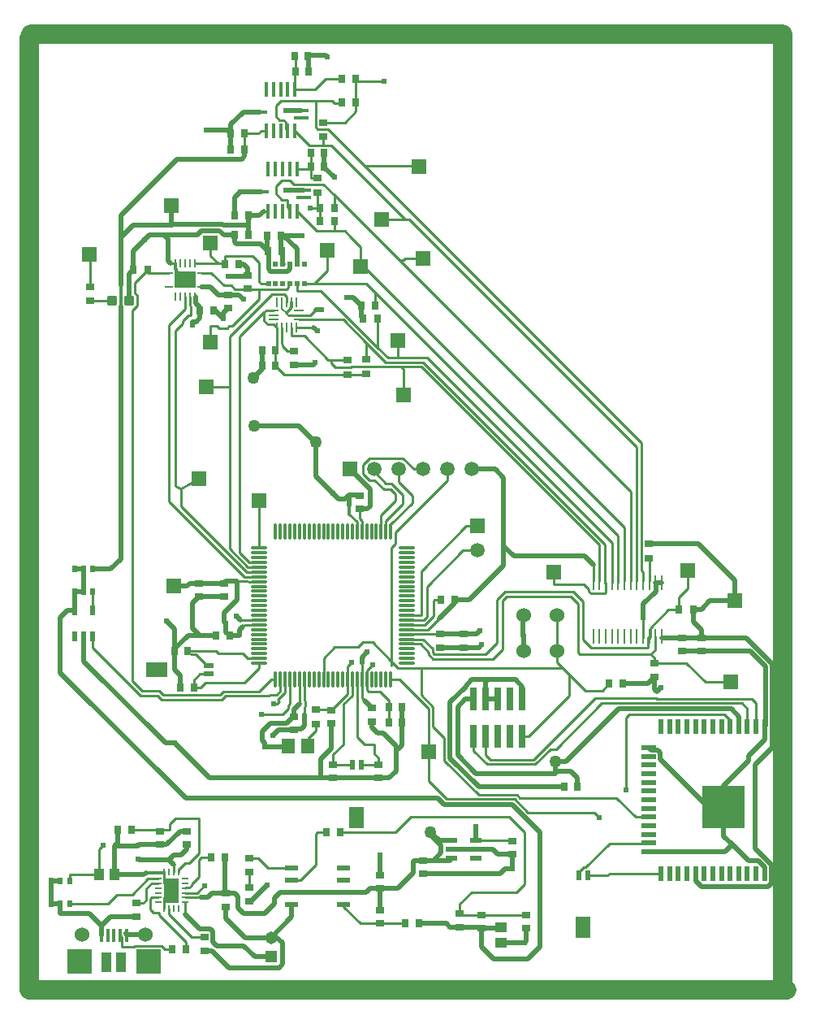
<source format=gtl>
G04 Layer_Physical_Order=1*
G04 Layer_Color=255*
%FSLAX25Y25*%
%MOIN*%
G70*
G01*
G75*
%ADD10R,0.03543X0.03150*%
%ADD11R,0.03150X0.03543*%
%ADD12R,0.03543X0.02756*%
%ADD13R,0.02000X0.02752*%
%ADD14R,0.06496X0.10433*%
%ADD15R,0.00984X0.02756*%
%ADD16R,0.02756X0.00984*%
%ADD17R,0.01575X0.05315*%
%ADD18R,0.03937X0.07874*%
%ADD19R,0.05709X0.02362*%
%ADD20R,0.02000X0.04000*%
%ADD21R,0.06000X0.09000*%
%ADD22R,0.05118X0.03937*%
%ADD23R,0.04724X0.02165*%
%ADD24R,0.01968X0.05905*%
%ADD25R,0.05905X0.01968*%
%ADD26R,0.17323X0.17323*%
%ADD27R,0.02756X0.03543*%
G04:AMPARAMS|DCode=28|XSize=39.37mil|YSize=39.37mil|CornerRadius=5.91mil|HoleSize=0mil|Usage=FLASHONLY|Rotation=90.000|XOffset=0mil|YOffset=0mil|HoleType=Round|Shape=RoundedRectangle|*
%AMROUNDEDRECTD28*
21,1,0.03937,0.02756,0,0,90.0*
21,1,0.02756,0.03937,0,0,90.0*
1,1,0.01181,0.01378,0.01378*
1,1,0.01181,0.01378,-0.01378*
1,1,0.01181,-0.01378,-0.01378*
1,1,0.01181,-0.01378,0.01378*
%
%ADD28ROUNDEDRECTD28*%
%ADD29R,0.04134X0.00984*%
%ADD30R,0.00984X0.04134*%
%ADD31R,0.02362X0.03937*%
%ADD32O,0.01181X0.07283*%
%ADD33O,0.07283X0.01181*%
%ADD34R,0.01378X0.06319*%
%ADD35R,0.06319X0.01575*%
%ADD36R,0.03937X0.05118*%
%ADD37R,0.04000X0.02000*%
%ADD38R,0.09000X0.06000*%
%ADD39R,0.02913X0.09449*%
%ADD40R,0.03347X0.01102*%
%ADD41R,0.01102X0.03347*%
%ADD42R,0.08976X0.07008*%
%ADD43R,0.02165X0.02362*%
%ADD44C,0.06000*%
%ADD45R,0.05512X0.05905*%
%ADD46R,0.00984X0.06102*%
%ADD47C,0.02000*%
%ADD48C,0.01000*%
%ADD49C,0.01200*%
%ADD50C,0.00800*%
%ADD51C,0.08000*%
%ADD52R,0.05905X0.05905*%
%ADD53R,0.09843X0.09843*%
%ADD54C,0.05905*%
%ADD55R,0.05905X0.05905*%
%ADD56C,0.05150*%
%ADD57R,0.05150X0.05150*%
%ADD58C,0.01968*%
%ADD59C,0.02400*%
%ADD60C,0.05000*%
D10*
X143200Y92356D02*
D03*
Y86844D02*
D03*
X124800Y92356D02*
D03*
Y86844D02*
D03*
X124000Y114756D02*
D03*
Y109244D02*
D03*
X140800Y115556D02*
D03*
Y110044D02*
D03*
X178400Y145956D02*
D03*
Y140444D02*
D03*
X168800Y145956D02*
D03*
Y140444D02*
D03*
X64800Y65156D02*
D03*
Y59644D02*
D03*
X44000Y35556D02*
D03*
Y30044D02*
D03*
X72000Y21600D02*
D03*
Y16088D02*
D03*
X90400Y41956D02*
D03*
Y36444D02*
D03*
Y53956D02*
D03*
Y48444D02*
D03*
X204000Y30756D02*
D03*
Y25244D02*
D03*
X185600Y25244D02*
D03*
Y30756D02*
D03*
X176800Y25688D02*
D03*
Y31200D02*
D03*
X144000Y41600D02*
D03*
Y47112D02*
D03*
X161600Y53156D02*
D03*
Y47644D02*
D03*
X198400Y61156D02*
D03*
Y55644D02*
D03*
X276000Y144356D02*
D03*
Y138844D02*
D03*
X268000Y144356D02*
D03*
Y138844D02*
D03*
X25100Y282744D02*
D03*
Y288256D02*
D03*
X135800Y197244D02*
D03*
Y202756D02*
D03*
X89600Y293156D02*
D03*
Y287644D02*
D03*
X144000Y27288D02*
D03*
Y32800D02*
D03*
X80800Y34044D02*
D03*
Y39556D02*
D03*
X53600Y59644D02*
D03*
Y65156D02*
D03*
X81600Y279644D02*
D03*
Y285156D02*
D03*
X108800Y261956D02*
D03*
Y256444D02*
D03*
X69600Y166756D02*
D03*
Y161244D02*
D03*
X80000Y166756D02*
D03*
Y161244D02*
D03*
X108700Y112156D02*
D03*
Y106644D02*
D03*
D11*
X147644Y109600D02*
D03*
X153156D02*
D03*
X36444Y65600D02*
D03*
X41956D02*
D03*
X80356Y54400D02*
D03*
X74844D02*
D03*
X64356Y16800D02*
D03*
X58844D02*
D03*
X122044Y64800D02*
D03*
X127556D02*
D03*
X159912Y27200D02*
D03*
X154400D02*
D03*
X225156Y83200D02*
D03*
X219644D02*
D03*
X238044Y125600D02*
D03*
X243556D02*
D03*
X101156Y262400D02*
D03*
X95644D02*
D03*
X101156Y256000D02*
D03*
X95644D02*
D03*
X70144Y278500D02*
D03*
X75656D02*
D03*
X85956Y297600D02*
D03*
X80444D02*
D03*
X89956Y309600D02*
D03*
X84444D02*
D03*
X103556Y303000D02*
D03*
X98044D02*
D03*
X103356Y309400D02*
D03*
X97844D02*
D03*
X147644Y116000D02*
D03*
X153156D02*
D03*
X88356Y344800D02*
D03*
X82844D02*
D03*
X82256Y145300D02*
D03*
X76744D02*
D03*
X65156Y138900D02*
D03*
X59644D02*
D03*
X67556Y124000D02*
D03*
X62044D02*
D03*
X169044Y159900D02*
D03*
X174556D02*
D03*
X108944Y382900D02*
D03*
X114456D02*
D03*
X109244Y376800D02*
D03*
X114756D02*
D03*
X115644Y337600D02*
D03*
X121156D02*
D03*
X88356Y351200D02*
D03*
X82844D02*
D03*
X115644Y343200D02*
D03*
X121156D02*
D03*
X89956Y317600D02*
D03*
X84444D02*
D03*
D12*
X117600Y114953D02*
D03*
Y109047D02*
D03*
X256800Y134153D02*
D03*
Y128247D02*
D03*
X254400Y177047D02*
D03*
Y182953D02*
D03*
X130700Y252447D02*
D03*
Y258353D02*
D03*
X138400Y252647D02*
D03*
Y258553D02*
D03*
X120800Y355753D02*
D03*
Y349847D02*
D03*
X118400Y327135D02*
D03*
Y333040D02*
D03*
D13*
X9060Y35423D02*
D03*
X12800D02*
D03*
X16540D02*
D03*
X9060Y44577D02*
D03*
X12800D02*
D03*
X16540D02*
D03*
X18660Y163423D02*
D03*
X22400D02*
D03*
X26140D02*
D03*
X18660Y172577D02*
D03*
X22400D02*
D03*
X26140D02*
D03*
D14*
X58400Y40800D02*
D03*
D15*
X55447Y48280D02*
D03*
X57416D02*
D03*
X59384D02*
D03*
X61353D02*
D03*
Y33320D02*
D03*
X59384D02*
D03*
X57416D02*
D03*
X55447D02*
D03*
D16*
X63912Y45721D02*
D03*
Y43753D02*
D03*
Y41784D02*
D03*
Y39816D02*
D03*
Y37847D02*
D03*
Y35879D02*
D03*
X52888D02*
D03*
Y37847D02*
D03*
Y39816D02*
D03*
Y41784D02*
D03*
Y43753D02*
D03*
Y45721D02*
D03*
D17*
X29629Y22225D02*
D03*
X32188D02*
D03*
X34747D02*
D03*
X37306D02*
D03*
X39865D02*
D03*
D18*
X31794Y11300D02*
D03*
X37700D02*
D03*
D19*
X107672Y49900D02*
D03*
Y44900D02*
D03*
Y39900D02*
D03*
Y34900D02*
D03*
X129128Y49900D02*
D03*
Y44900D02*
D03*
Y39900D02*
D03*
Y34900D02*
D03*
D20*
X136200Y92200D02*
D03*
X132800D02*
D03*
X229200Y47000D02*
D03*
X225800D02*
D03*
D21*
X134500Y70700D02*
D03*
X227500Y25500D02*
D03*
D22*
X193600Y19250D02*
D03*
Y25550D02*
D03*
D23*
X173281Y61340D02*
D03*
Y57600D02*
D03*
Y53860D02*
D03*
X183519D02*
D03*
Y61340D02*
D03*
D24*
X301930Y108000D02*
D03*
X298387D02*
D03*
X294843D02*
D03*
X291300D02*
D03*
X287757D02*
D03*
X284213D02*
D03*
X280670D02*
D03*
X277127D02*
D03*
X273584D02*
D03*
X270040D02*
D03*
X266497D02*
D03*
X262953D02*
D03*
X259410D02*
D03*
Y47500D02*
D03*
X262953D02*
D03*
X266497D02*
D03*
X270040D02*
D03*
X273584D02*
D03*
X277127D02*
D03*
X280670D02*
D03*
X284213D02*
D03*
X287757D02*
D03*
X291300D02*
D03*
X294843D02*
D03*
X298387D02*
D03*
X301930D02*
D03*
D25*
X254426Y99252D02*
D03*
Y95709D02*
D03*
Y92165D02*
D03*
Y88622D02*
D03*
Y85079D02*
D03*
Y81535D02*
D03*
Y77992D02*
D03*
Y74449D02*
D03*
Y70906D02*
D03*
Y67362D02*
D03*
Y63819D02*
D03*
Y60276D02*
D03*
Y56732D02*
D03*
D26*
X285158Y74835D02*
D03*
D27*
X266647Y156000D02*
D03*
X272553D02*
D03*
X48553Y295200D02*
D03*
X42647D02*
D03*
X137047Y275200D02*
D03*
X142953D02*
D03*
X136247Y280800D02*
D03*
X142153D02*
D03*
X119447Y315200D02*
D03*
X125353D02*
D03*
X134153Y364000D02*
D03*
X128247D02*
D03*
X134153Y373600D02*
D03*
X128247D02*
D03*
X119447Y320800D02*
D03*
X125353D02*
D03*
D28*
X34147Y282800D02*
D03*
X41053D02*
D03*
D29*
X100482Y274832D02*
D03*
Y276800D02*
D03*
Y278768D02*
D03*
X110718D02*
D03*
Y276800D02*
D03*
Y274832D02*
D03*
D30*
X101663Y281918D02*
D03*
X103631D02*
D03*
X105600D02*
D03*
X107569D02*
D03*
X109537D02*
D03*
Y271682D02*
D03*
X107569D02*
D03*
X105600D02*
D03*
X103631D02*
D03*
X101663D02*
D03*
D31*
X18660Y144987D02*
D03*
X22400D02*
D03*
X26140D02*
D03*
Y155813D02*
D03*
X18660D02*
D03*
D32*
X101178Y187915D02*
D03*
X103147D02*
D03*
X105115D02*
D03*
X107083D02*
D03*
X109052D02*
D03*
X111021D02*
D03*
X112989D02*
D03*
X114957D02*
D03*
X116926D02*
D03*
X118895D02*
D03*
X120863D02*
D03*
X122831D02*
D03*
X124800D02*
D03*
X126769D02*
D03*
X128737D02*
D03*
X130705D02*
D03*
X132674D02*
D03*
X134643D02*
D03*
X136611D02*
D03*
X138579D02*
D03*
X140548D02*
D03*
X142517D02*
D03*
X144485D02*
D03*
X146453D02*
D03*
X148422D02*
D03*
Y127285D02*
D03*
X146453D02*
D03*
X144485D02*
D03*
X142517D02*
D03*
X140548D02*
D03*
X138579D02*
D03*
X136611D02*
D03*
X134643D02*
D03*
X132674D02*
D03*
X130705D02*
D03*
X128737D02*
D03*
X126769D02*
D03*
X124800D02*
D03*
X122831D02*
D03*
X120863D02*
D03*
X118895D02*
D03*
X116926D02*
D03*
X114957D02*
D03*
X112989D02*
D03*
X111021D02*
D03*
X109052D02*
D03*
X107083D02*
D03*
X105115D02*
D03*
X103147D02*
D03*
X101178D02*
D03*
D33*
X155115Y181222D02*
D03*
Y179253D02*
D03*
Y177285D02*
D03*
Y175317D02*
D03*
Y173348D02*
D03*
Y171379D02*
D03*
Y169411D02*
D03*
Y167443D02*
D03*
Y165474D02*
D03*
Y163505D02*
D03*
Y161537D02*
D03*
Y159569D02*
D03*
Y157600D02*
D03*
Y155631D02*
D03*
Y153663D02*
D03*
Y151695D02*
D03*
Y149726D02*
D03*
Y147757D02*
D03*
Y145789D02*
D03*
Y143821D02*
D03*
Y141852D02*
D03*
Y139883D02*
D03*
Y137915D02*
D03*
Y135947D02*
D03*
Y133978D02*
D03*
X94485D02*
D03*
Y135947D02*
D03*
Y137915D02*
D03*
Y139883D02*
D03*
Y141852D02*
D03*
Y143821D02*
D03*
Y145789D02*
D03*
Y147757D02*
D03*
Y149726D02*
D03*
Y151695D02*
D03*
Y153663D02*
D03*
Y155631D02*
D03*
Y157600D02*
D03*
Y159569D02*
D03*
Y161537D02*
D03*
Y163505D02*
D03*
Y165474D02*
D03*
Y167443D02*
D03*
Y169411D02*
D03*
Y171379D02*
D03*
Y173348D02*
D03*
Y175317D02*
D03*
Y177285D02*
D03*
Y179253D02*
D03*
Y181222D02*
D03*
D34*
X109106Y369353D02*
D03*
X106153D02*
D03*
X103200D02*
D03*
X100247D02*
D03*
X97294D02*
D03*
X109106Y352247D02*
D03*
X106153D02*
D03*
X103200D02*
D03*
X100247D02*
D03*
X97294D02*
D03*
X109906Y336553D02*
D03*
X106953D02*
D03*
X104000D02*
D03*
X101047D02*
D03*
X98094D02*
D03*
X109906Y319447D02*
D03*
X106953D02*
D03*
X104000D02*
D03*
X101047D02*
D03*
X98094D02*
D03*
D35*
X111753Y360800D02*
D03*
Y357650D02*
D03*
X94647Y360111D02*
D03*
X112553Y328000D02*
D03*
Y324850D02*
D03*
X95447Y327311D02*
D03*
D36*
X35150Y47200D02*
D03*
X28850D02*
D03*
D37*
X73700Y129700D02*
D03*
Y133100D02*
D03*
D38*
X52200Y131400D02*
D03*
D39*
X182496Y119231D02*
D03*
X187496D02*
D03*
X192496D02*
D03*
X197496D02*
D03*
X202496D02*
D03*
X202500Y103900D02*
D03*
X197500D02*
D03*
X192500D02*
D03*
X187500D02*
D03*
X182500D02*
D03*
D40*
X70791Y288247D02*
D03*
Y294153D02*
D03*
X57209D02*
D03*
Y288247D02*
D03*
D41*
X67937Y297991D02*
D03*
X65969D02*
D03*
X64000D02*
D03*
X62032D02*
D03*
X60063D02*
D03*
Y284409D02*
D03*
X62032D02*
D03*
X64000D02*
D03*
X65969D02*
D03*
X67937D02*
D03*
D42*
X64000Y291200D02*
D03*
D43*
X98218Y289663D02*
D03*
X101171D02*
D03*
X104124D02*
D03*
X107076D02*
D03*
X110029D02*
D03*
X112982D02*
D03*
Y297537D02*
D03*
X110029D02*
D03*
X107076D02*
D03*
X104124D02*
D03*
X101171D02*
D03*
X98218D02*
D03*
D44*
X216800Y153600D02*
D03*
Y139030D02*
D03*
X203021Y153600D02*
D03*
Y139030D02*
D03*
X21755Y22717D02*
D03*
X47739D02*
D03*
D45*
X106463Y100000D02*
D03*
X114337D02*
D03*
D46*
X259675Y167024D02*
D03*
X257116D02*
D03*
X254557D02*
D03*
X251998D02*
D03*
X249439D02*
D03*
X246880D02*
D03*
X244321D02*
D03*
X241761D02*
D03*
X239202D02*
D03*
X236643D02*
D03*
X234084D02*
D03*
X231525D02*
D03*
X259675Y144976D02*
D03*
X257116D02*
D03*
X254557D02*
D03*
X251998D02*
D03*
X249439D02*
D03*
X246880D02*
D03*
X244321D02*
D03*
X241761D02*
D03*
X239202D02*
D03*
X236643D02*
D03*
X234084D02*
D03*
X231525D02*
D03*
D47*
X202741Y151962D02*
X203700Y152920D01*
X114756Y376800D02*
Y383200D01*
X287832Y80700D02*
X289616Y78916D01*
X287832Y80700D02*
X291400D01*
X278843Y74835D02*
X285158D01*
Y63142D02*
Y74835D01*
X107007Y295610D02*
Y297537D01*
X98289Y295610D02*
Y297537D01*
X110800Y231200D02*
X117500Y224500D01*
X68320Y281820D02*
Y284409D01*
X66900Y274144D02*
X68544D01*
X89047Y292800D02*
X89600Y293353D01*
X222200Y89800D02*
X225156Y86844D01*
X216000Y89800D02*
X222200D01*
X216000D02*
Y93600D01*
X257242Y163443D02*
Y166897D01*
X257116Y167024D02*
X259675D01*
X95644Y256000D02*
Y262400D01*
X57009Y298991D02*
X58009Y297991D01*
X103356Y309400D02*
X104500D01*
X94400Y317600D02*
X96247Y319447D01*
X89956Y317600D02*
X94400D01*
X89903Y309653D02*
X89956Y309600D01*
X89903Y309653D02*
Y313653D01*
Y317547D02*
X89956Y317600D01*
X89903Y313653D02*
Y317547D01*
X58400Y313600D02*
Y313653D01*
Y321600D02*
X58453Y321547D01*
Y313653D02*
Y321547D01*
Y313653D02*
X58953Y314153D01*
X79841Y313653D02*
X89903D01*
X79341Y314153D02*
X79841Y313653D01*
X58953Y314153D02*
X79341D01*
X37600Y289000D02*
Y317600D01*
X37600Y308600D02*
X42600Y313600D01*
X58400D01*
X87200Y340800D02*
X88356Y341956D01*
X60800Y340800D02*
X87200D01*
X121156Y337444D02*
Y337600D01*
X44800Y59200D02*
X45244Y59644D01*
X44750Y59150D02*
X44800Y59200D01*
X40203Y22562D02*
X40357Y22717D01*
X39768Y23015D02*
Y23255D01*
Y23015D02*
X40203Y22581D01*
Y22562D02*
Y22581D01*
X40357Y22717D02*
X47739D01*
X24759Y31200D02*
X29629Y26330D01*
X12800Y31200D02*
X24759D01*
X29629Y22225D02*
Y26330D01*
X47247Y22225D02*
X47739Y22717D01*
X29629Y26330D02*
X33343Y30044D01*
X44000D01*
X80356Y40000D02*
X80800Y39556D01*
X80356Y40000D02*
Y54400D01*
X59644Y138900D02*
Y139844D01*
Y131256D02*
Y138900D01*
X198500Y75900D02*
X209600Y64800D01*
X170347Y75900D02*
X198500D01*
X167747Y78500D02*
X170347Y75900D01*
X64400Y78500D02*
X167747D01*
X12800Y130100D02*
X64400Y78500D01*
X66900Y158544D02*
X69600Y161244D01*
X66900Y148400D02*
Y158544D01*
Y148400D02*
X69900Y145400D01*
X37600Y176800D02*
Y280293D01*
X33377Y172577D02*
X37600Y176800D01*
X26140Y172577D02*
X33377D01*
X37600Y289000D02*
X37600Y289000D01*
X41053Y282800D02*
Y293606D01*
X37600Y317600D02*
X60800Y340800D01*
X88356Y341956D02*
Y344800D01*
X92600Y13600D02*
X99200D01*
X88100Y18100D02*
X92600Y13600D01*
X77060Y18100D02*
X88100D01*
X75447Y19713D02*
X77060Y18100D01*
X75447Y19713D02*
Y23869D01*
X74466Y24850D02*
X75447Y23869D01*
X70150Y24850D02*
X74466D01*
X63912Y31088D02*
X70150Y24850D01*
X9060Y44577D02*
X12800D01*
X9060Y35423D02*
Y44577D01*
Y35423D02*
X12800D01*
Y31200D02*
Y35423D01*
X305000Y99200D02*
Y133760D01*
X298100Y92300D02*
X305000Y99200D01*
X294404Y144356D02*
X305000Y133760D01*
X301930Y102630D02*
Y108000D01*
X295204Y95904D02*
X301930Y102630D01*
X290200Y79500D02*
X290500D01*
X289616Y78916D02*
X290200Y79500D01*
X290500D02*
Y79800D01*
X291400Y80700D01*
X259054Y94624D02*
X278843Y74835D01*
X259054Y94624D02*
Y97387D01*
X258073Y98368D02*
X259054Y97387D01*
X255310Y98368D02*
X258073D01*
X254426Y99252D02*
X255310Y98368D01*
X284916Y83616D02*
X295204Y93904D01*
X284916Y83616D02*
X287400Y81132D01*
X301930Y47500D02*
Y50262D01*
X302200Y108270D02*
Y132600D01*
X291300Y108000D02*
Y112100D01*
X288600Y59700D02*
X295300Y53000D01*
X285158Y63142D02*
X288600Y59700D01*
X285632Y56732D02*
X288600Y59700D01*
X254426Y56732D02*
X285632D01*
X273584Y44737D02*
Y47500D01*
Y44737D02*
X276121Y42200D01*
X303200D01*
X304730Y43730D01*
Y51422D01*
X298100Y58052D02*
X304730Y51422D01*
X298100Y58052D02*
Y92300D01*
X220300Y93600D02*
X241900Y115200D01*
X259300Y123900D02*
Y124000D01*
X257700Y122300D02*
X259300Y123900D01*
X216000Y93600D02*
X220300D01*
X241900Y115200D02*
X288200D01*
X291300Y112100D01*
X256800Y123200D02*
X257700Y122300D01*
X299192Y53000D02*
X301930Y50262D01*
X295300Y53000D02*
X299192D01*
X287400Y81132D02*
X287832Y80700D01*
X295204Y93904D02*
Y95904D01*
X287400Y80700D02*
Y81132D01*
Y80700D02*
X287832D01*
X301930Y108000D02*
X302200Y108270D01*
X295956Y138844D02*
X302200Y132600D01*
X179031Y119231D02*
X182496D01*
X187496D02*
X192496D01*
X187496D02*
Y126196D01*
X202496Y119231D02*
Y124404D01*
X184600Y83300D02*
X212300D01*
X172800Y95100D02*
X184600Y83300D01*
X172800Y95100D02*
Y118000D01*
X179239Y124439D01*
Y124701D01*
X181739Y127200D01*
X188500D01*
X187496Y126196D02*
X188500Y127200D01*
X199700D01*
X202496Y124404D01*
X175900Y96300D02*
X183400Y88800D01*
X175900Y96300D02*
Y116100D01*
X179031Y119231D01*
X86400Y147800D02*
X87650Y149050D01*
X44884Y53416D02*
X57416D01*
X44600Y53700D02*
X44884Y53416D01*
X70200Y37900D02*
X73322D01*
X74978Y39556D01*
X77544Y285156D02*
X80800D01*
X74453Y288247D02*
X77544Y285156D01*
X70791Y288247D02*
X74453D01*
X68269Y281768D02*
X68320Y281820D01*
X68544Y274144D02*
X70144Y275744D01*
X66900Y272600D02*
Y274144D01*
X57009Y298991D02*
Y307841D01*
X55250Y309600D02*
X57009Y307841D01*
X55250Y309600D02*
X61100D01*
X49400D02*
X55250D01*
X257116Y167024D02*
X257242Y166897D01*
X144000Y32800D02*
Y41600D01*
X12800Y152800D02*
X15813Y155813D01*
X18660D01*
X172577Y53156D02*
X173281Y53860D01*
X144000Y41600D02*
X151200D01*
X157600Y48000D01*
Y52800D01*
X157956Y53156D01*
X161600D01*
X129128Y39900D02*
X138300D01*
X140000Y41600D01*
X144000D01*
X107672Y39900D02*
X129128D01*
X100800Y37600D02*
X103100Y39900D01*
X107672D01*
X159912Y27200D02*
X171200D01*
X172712Y25688D01*
X176800D01*
X185156D01*
X185600Y25244D01*
X193295D01*
X193600Y25550D01*
X59200Y55200D02*
X62400D01*
X64800Y57600D01*
Y59644D01*
X100800Y35200D02*
Y37600D01*
X84356Y39556D02*
X85600Y38312D01*
Y33600D02*
Y38312D01*
X96800Y31200D02*
X100800Y35200D01*
X85600Y33600D02*
X88000Y31200D01*
X96800D01*
X225156Y83200D02*
Y86844D01*
X183400Y88800D02*
X216000D01*
X168800Y145956D02*
X178400D01*
X69600Y166756D02*
X80000D01*
X59200Y165600D02*
X64800D01*
X65956Y166756D01*
X69600D01*
X80550Y285405D02*
X80800Y285156D01*
X104124Y297537D02*
X104193D01*
X18660Y155813D02*
Y163423D01*
X22400D01*
Y172577D01*
X18660D02*
X22400D01*
X89600Y293353D02*
Y296000D01*
X88000Y297600D02*
X89600Y296000D01*
X81600Y292800D02*
X89047D01*
X81600Y285156D02*
X81609Y285147D01*
X86053D01*
X88000Y283200D01*
X136247Y276000D02*
X137047Y275200D01*
X136247Y276000D02*
Y280800D01*
X133047Y284000D02*
X136247Y280800D01*
X130400Y284000D02*
X133047D01*
X204000Y20000D02*
Y25244D01*
X203200Y19200D02*
X204000Y20000D01*
X193600Y19250D02*
X203150D01*
X203200Y19200D01*
X204800Y12800D02*
X209600Y17600D01*
Y64800D01*
X173281Y57600D02*
X190400D01*
X192356Y55644D01*
X198400D01*
Y49600D02*
Y55644D01*
X161600Y47644D02*
X193244D01*
X195200Y49600D01*
X198400D01*
X35150Y47200D02*
Y59150D01*
X36444Y60444D01*
Y65600D01*
X35150Y59150D02*
X44750D01*
X56444Y59644D02*
X61956Y65156D01*
X64800D01*
X45244Y59644D02*
X53600D01*
X56444D01*
X153156Y109600D02*
Y116000D01*
X143200Y86844D02*
X147744D01*
X140800Y107559D02*
Y110044D01*
Y107559D02*
X143000Y105359D01*
X124800Y86844D02*
X143200D01*
X124000Y98955D02*
Y109244D01*
X119700Y94655D02*
X124000Y98955D01*
X120456Y86844D02*
X124800D01*
X22400Y134700D02*
Y144987D01*
Y134700D02*
X55900Y101200D01*
X59800D01*
X74156Y86844D02*
X120456D01*
X59800Y101200D02*
X74156Y86844D01*
X69600Y161244D02*
X80000D01*
X56300Y151200D02*
X59644Y147856D01*
Y139844D02*
Y147856D01*
Y131256D02*
X62044Y128856D01*
Y124000D02*
Y128856D01*
X212300Y83300D02*
X219544D01*
X219644Y83200D01*
X268000Y144356D02*
X276000D01*
X268000Y138844D02*
X276000D01*
X295956D01*
X287832Y77132D02*
X289616Y78916D01*
X79934Y309600D02*
X84444D01*
X78181Y311353D02*
X79934Y309600D01*
X70619Y311353D02*
X78181D01*
X68866Y309600D02*
X70619Y311353D01*
X47300Y307500D02*
X49400Y309600D01*
X42647Y302847D02*
X47300Y307500D01*
X42647Y295200D02*
Y302847D01*
X41053Y293606D02*
X42647Y295200D01*
X105400Y360700D02*
X111653D01*
X111753Y360800D01*
X114756Y383200D02*
X121800D01*
X122200Y382800D01*
X88111Y360111D02*
X94647D01*
X82844Y354844D02*
X88111Y360111D01*
X82844Y351200D02*
Y354844D01*
Y344800D02*
Y351200D01*
X72800Y352600D02*
X81444D01*
X82844Y351200D01*
X86800Y327300D02*
X95436D01*
X95447Y327311D01*
X84444Y324944D02*
X86800Y327300D01*
X84444Y317600D02*
Y324944D01*
X116818Y271682D02*
X118300Y270200D01*
X108800Y256444D02*
X116544D01*
X117300Y257200D01*
X178400Y140444D02*
X184544D01*
X185800Y141700D01*
X168800Y140444D02*
X178400D01*
X59644Y139844D02*
X65200Y145400D01*
X109900Y107044D02*
X111744D01*
X112900Y108200D02*
Y113000D01*
X111744Y107044D02*
X112900Y108200D01*
X80744Y167500D02*
X85400D01*
X80000Y166756D02*
X80744Y167500D01*
X137800Y118556D02*
X140800Y115556D01*
X181600Y213600D02*
X191300D01*
X194800Y210100D01*
X180600Y159900D02*
X194800Y174100D01*
X174556Y159900D02*
X180600D01*
X174556Y158556D02*
Y159900D01*
X168300Y152300D02*
X174556Y158556D01*
X124700Y203500D02*
X126900Y201300D01*
X129800D01*
X131400Y202900D01*
X117600Y210600D02*
X124700Y203500D01*
X98218Y297537D02*
Y302826D01*
X98044Y303000D02*
X98218Y302826D01*
X97844Y303200D02*
Y309400D01*
X84444Y306756D02*
Y309600D01*
Y306756D02*
X85172Y306028D01*
X95016D01*
X97844Y303200D01*
X98044Y303000D01*
X105952Y294556D02*
X107007Y295610D01*
Y297537D02*
X107076D01*
X99100Y294556D02*
X105952D01*
X99100D02*
Y294799D01*
X98289Y295610D02*
X99100Y294799D01*
X98218Y297537D02*
X98289D01*
X103356Y303200D02*
Y309400D01*
Y303200D02*
X103556Y303000D01*
X104124Y297537D02*
Y302432D01*
X103556Y303000D02*
X104124Y302432D01*
X104500Y309400D02*
X110029Y303871D01*
Y297537D02*
Y303871D01*
X112000Y309400D02*
X112000Y309400D01*
X104500Y309400D02*
X112000D01*
X88726Y21474D02*
X99200D01*
X80800Y29400D02*
X88726Y21474D01*
X80800Y29400D02*
Y34044D01*
X82175Y9025D02*
X102603D01*
X75112Y16088D02*
X82175Y9025D01*
X72000Y16088D02*
X75112D01*
X102603Y9025D02*
X104100Y10522D01*
Y19200D01*
X101826Y21474D02*
X104100Y19200D01*
X99200Y21474D02*
X101826D01*
X107672Y29946D02*
Y34900D01*
X99200Y21474D02*
X107672Y29946D01*
X144000Y47112D02*
Y55400D01*
X183200Y67100D02*
X183519Y66781D01*
Y61340D02*
Y66781D01*
X105500Y328000D02*
X112553D01*
X105400Y328100D02*
X105500Y328000D01*
X79600Y275200D02*
Y277644D01*
X81600Y279644D01*
X252000Y152700D02*
Y158200D01*
X257242Y163443D01*
X203021Y139030D02*
Y145520D01*
Y153600D02*
X203700Y152920D01*
X202741Y145800D02*
X203021Y145520D01*
X202741Y145800D02*
Y151962D01*
X108700Y112156D02*
Y115100D01*
X111021Y117420D01*
X102344Y106644D02*
X108700D01*
X100000Y104300D02*
X102344Y106644D01*
X61047Y309547D02*
X61100Y309600D01*
X68866D01*
X90400Y36444D02*
X91044D01*
X97700Y43100D01*
X121156Y337600D02*
Y343200D01*
Y337444D02*
X125400Y333200D01*
X228000Y177900D02*
X231525Y174375D01*
X198900Y177900D02*
X228000D01*
X194800Y182000D02*
X198900Y177900D01*
X194800Y174100D02*
Y182000D01*
Y210100D01*
X279500Y159600D02*
X289600D01*
X275900Y156000D02*
X279500Y159600D01*
X272553Y156000D02*
X275900D01*
X276000Y144356D02*
Y147500D01*
X272553Y150947D02*
X276000Y147500D01*
X272553Y150947D02*
Y156000D01*
X276000Y144356D02*
X294404D01*
X254400Y182953D02*
X274747D01*
X289600Y168100D01*
Y159600D02*
Y168100D01*
X243556Y125600D02*
X254153D01*
X256800Y128247D01*
Y123200D02*
Y128247D01*
X80800Y146756D02*
X82256Y145300D01*
X80800Y146756D02*
Y150400D01*
X85000Y153400D02*
X86705Y151695D01*
X65200Y145400D02*
X69900D01*
X76200D01*
X85400Y160100D02*
Y167500D01*
X80100Y154800D02*
X85400Y160100D01*
X80100Y151100D02*
X80800Y150400D01*
X80100Y151100D02*
Y154800D01*
X96600Y99500D02*
X105963D01*
X106463Y100000D01*
X57416Y53416D02*
X59200Y55200D01*
X136611Y134000D02*
Y136411D01*
X183556Y145956D02*
X184900Y147300D01*
X178400Y145956D02*
X183556D01*
X108320Y112156D02*
X108700D01*
X105608Y109444D02*
X108320Y112156D01*
X98922Y109444D02*
X105608D01*
X95600Y106123D02*
X98922Y109444D01*
X95600Y102478D02*
Y106123D01*
Y102478D02*
X96600Y101478D01*
Y99500D02*
Y101478D01*
X131400Y202900D02*
X135656D01*
X135800Y202756D01*
Y197244D02*
X138744D01*
X139900Y198400D01*
Y205300D01*
X131600Y213600D02*
X139900Y205300D01*
X86400Y145300D02*
Y147800D01*
X82256Y145300D02*
X86400D01*
X119700Y87600D02*
X120456Y86844D01*
X119700Y87600D02*
Y94655D01*
X117500Y224500D02*
X117600Y224600D01*
X95644Y254744D02*
Y256000D01*
X91900Y251000D02*
X95644Y254744D01*
X68269Y281768D02*
X70144Y279893D01*
Y278500D02*
Y279893D01*
Y275744D02*
Y278500D01*
X75656D02*
X76300D01*
X79600Y275200D01*
X117600Y210600D02*
Y224600D01*
X136611Y136411D02*
X138800Y138600D01*
X86153Y297600D02*
X88000D01*
X63700Y291500D02*
X64000Y291200D01*
X117800Y279100D02*
X120000D01*
X35150Y47200D02*
X47047D01*
X47869Y48021D01*
X92500Y231200D02*
X110800D01*
X131400Y198800D02*
Y202900D01*
X185600Y17800D02*
Y25244D01*
Y17800D02*
X190600Y12800D01*
X204800D01*
X12800Y130100D02*
Y152800D01*
X153156Y100456D02*
Y109600D01*
X147744Y86844D02*
X150700Y89800D01*
Y99900D01*
X143000Y105359D02*
X145241D01*
X150700Y99900D01*
X151200Y98500D02*
X153156Y100456D01*
X164800Y63740D02*
Y64800D01*
Y63740D02*
X169119Y59421D01*
Y56400D02*
Y59421D01*
X165875Y53156D02*
X169119Y56400D01*
X161600Y53156D02*
X165875D01*
X172577D01*
X168260Y61340D02*
X173281D01*
X164800Y64800D02*
X168260Y61340D01*
X259675Y144386D02*
X259705Y144356D01*
X268000D01*
X74978Y39556D02*
X80800D01*
X84356D01*
X57416Y53416D02*
X59384Y51447D01*
D48*
X147644Y109600D02*
Y116000D01*
X41956Y65600D02*
X57600D01*
X197784Y61340D02*
X198400Y61956D01*
X254557Y176404D02*
X255200Y177047D01*
X230620Y140330D02*
X254183D01*
Y144583D01*
X257116Y139516D02*
Y144976D01*
X230567Y162600D02*
X236270D01*
X236643Y162973D02*
Y167024D01*
X254930Y144759D02*
Y148442D01*
X254557Y144386D02*
X254930Y144759D01*
X101156Y256000D02*
Y262400D01*
X80247Y297600D02*
Y301047D01*
X58009Y297991D02*
X60063D01*
X48800Y294153D02*
X57209D01*
X84494Y287447D02*
X89600D01*
X236508Y166800D02*
Y182692D01*
X110029Y286771D02*
Y289663D01*
X95263D02*
X98218D01*
X106507Y289093D02*
X107076Y289663D01*
X103068Y122614D02*
Y127285D01*
X94485Y200085D02*
X95200Y200800D01*
X109244Y376800D02*
Y383200D01*
X96247Y319447D02*
X98094D01*
X89956Y309600D02*
Y313600D01*
X89903Y313653D02*
X89956Y313600D01*
X58400Y313653D02*
Y321600D01*
X37600Y289000D02*
Y308600D01*
X115644Y337600D02*
Y342400D01*
X54463Y18115D02*
X55778Y16800D01*
X43377Y18115D02*
X54463D01*
X42862Y17600D02*
X43377Y18115D01*
X37903Y17600D02*
X42862D01*
X37903D02*
Y21629D01*
X55778Y16800D02*
X58844D01*
X37306Y22225D02*
X37903Y21629D01*
X53479Y30521D02*
X64356Y19644D01*
X53479Y30521D02*
Y31745D01*
X72900Y133100D02*
X73700D01*
X68400Y137600D02*
X72900Y133100D01*
X66456Y137600D02*
X68400D01*
X76802Y138900D02*
X77600Y138102D01*
X65156Y138900D02*
X76802D01*
X67556Y124000D02*
Y127156D01*
X70100Y129700D01*
X73700D01*
X46346Y122600D02*
X53400D01*
X42200Y126746D02*
X46346Y122600D01*
X42200Y126746D02*
Y278694D01*
X44197Y280691D01*
X43353Y290000D02*
X48553Y295200D01*
X43353Y285753D02*
Y290000D01*
Y285753D02*
X44197Y284909D01*
Y280691D02*
Y284909D01*
X55072Y120928D02*
X78371D01*
X53400Y122600D02*
X55072Y120928D01*
X143044Y92200D02*
X143200Y92356D01*
X136200Y92200D02*
X143044D01*
X132644Y92356D02*
X132800Y92200D01*
X124800Y92356D02*
X132644D01*
X237402Y47000D02*
X238200Y47798D01*
X229200Y47000D02*
X237402D01*
X225800D02*
Y48262D01*
X227713Y50175D01*
X228373D01*
X238200Y60002D01*
X63912Y31088D02*
Y35879D01*
X248994Y70906D02*
X254426D01*
X241100Y78800D02*
X248994Y70906D01*
X201398Y78800D02*
X241100D01*
X232000Y72800D02*
X234000Y70800D01*
X204853Y72800D02*
X232000D01*
X199453Y78200D02*
X204853Y72800D01*
X160900Y132087D02*
X219113D01*
X151281D02*
X160900D01*
X200198Y80000D02*
X201398Y78800D01*
X184647Y80000D02*
X200198D01*
X170500Y94147D02*
X184647Y80000D01*
X170500Y94147D02*
Y103400D01*
X165800Y108100D02*
X170500Y103400D01*
X165800Y108100D02*
Y116116D01*
X160900Y121016D02*
X165800Y116116D01*
X160900Y121016D02*
Y132087D01*
X171300Y78200D02*
X199453D01*
X164000Y85500D02*
X171300Y78200D01*
X287757Y108000D02*
Y110643D01*
X294843Y108000D02*
Y115457D01*
X298387Y108000D02*
Y117513D01*
X246300Y112900D02*
X285500D01*
X245000Y111600D02*
X246300Y112900D01*
X245000Y82000D02*
Y111600D01*
X216200Y98600D02*
X235100Y117500D01*
X232383Y119600D02*
X257400D01*
X257700Y119300D01*
X296600D01*
X298387Y117513D01*
X207083Y94300D02*
X232383Y119600D01*
X285500Y112900D02*
X287757Y110643D01*
X235100Y117500D02*
X292800D01*
X213929Y98600D02*
X216200D01*
X292800Y117500D02*
X294843Y115457D01*
X259113Y47798D02*
X259410Y47500D01*
X238200Y47798D02*
X259113D01*
X238200Y60002D02*
X251298D01*
X202500Y103900D02*
X205100D01*
X189500Y94300D02*
X207083D01*
X187500Y96300D02*
X189500Y94300D01*
X207829Y92500D02*
X213929Y98600D01*
X187900Y92500D02*
X207829D01*
X187500Y96300D02*
Y103900D01*
X182500Y97900D02*
X187900Y92500D01*
X182500Y97900D02*
Y103900D01*
X164000Y85500D02*
Y97600D01*
X51155Y31745D02*
X53479D01*
X49800Y33100D02*
X51155Y31745D01*
X49800Y33100D02*
Y37336D01*
X50311Y37847D01*
X52888D01*
X32223Y35423D02*
X35900Y39100D01*
X42200D01*
X48821Y45721D01*
X52888D01*
X57416Y30940D02*
Y33320D01*
X66590Y43290D02*
X69600Y46300D01*
X66590Y42722D02*
Y43290D01*
X65828Y41961D02*
X66590Y42722D01*
X64088Y41961D02*
X65828D01*
X63912Y41784D02*
X64088Y41961D01*
X71747Y42700D02*
X71900D01*
X68863Y39816D02*
X71747Y42700D01*
X63912Y39816D02*
X68863D01*
X61353Y48280D02*
Y49353D01*
X64151Y52151D01*
X57416Y30940D02*
X66756Y21600D01*
X48000Y36800D02*
Y41500D01*
X50253Y43753D01*
X52888D01*
X48800Y294153D02*
Y294953D01*
X64000Y279200D02*
Y284409D01*
X57406Y272605D02*
X64000Y279200D01*
X65969Y280816D02*
X66400Y280384D01*
X65969Y280816D02*
Y284409D01*
X66400Y276600D02*
Y280384D01*
X66300Y276500D02*
X66400Y276600D01*
X65285Y276500D02*
X66300D01*
X63000Y274215D02*
X65285Y276500D01*
X63000Y273200D02*
Y274215D01*
X60002Y270202D02*
X63000Y273200D01*
X60002Y206699D02*
Y270202D01*
Y206699D02*
X62047Y205600D01*
X62316Y205743D02*
X69600Y209600D01*
X79985Y288900D02*
X83041D01*
X74732Y294153D02*
X79985Y288900D01*
X70791Y294153D02*
X74732D01*
X67937Y297991D02*
X77533D01*
X74400Y301124D02*
X77533Y297991D01*
X78100D02*
X79856D01*
X74400Y301124D02*
Y306400D01*
X79856Y297991D02*
X80247Y297600D01*
X255200Y137600D02*
X257116Y139516D01*
X236270Y162600D02*
X236643Y162973D01*
X229733Y163434D02*
X230567Y162600D01*
X229733Y163434D02*
Y164445D01*
X227778Y166400D02*
X229733Y164445D01*
X251998Y144386D02*
Y144976D01*
X216800Y134400D02*
X219113Y132087D01*
X216800Y134400D02*
Y139030D01*
Y153600D01*
X225400Y138271D02*
X226072Y137600D01*
X225400Y138271D02*
Y158454D01*
X222454Y161400D02*
X225400Y158454D01*
X195946Y161400D02*
X222454D01*
X194195Y159650D02*
X195946Y161400D01*
X227200Y143750D02*
Y159200D01*
X223200Y163200D02*
X227200Y159200D01*
X195200Y163200D02*
X223200D01*
X227200Y143750D02*
X230620Y140330D01*
X215200Y166400D02*
X227778D01*
X192000Y160000D02*
X195200Y163200D01*
X215200Y166400D02*
Y171200D01*
X57600Y68000D02*
X60000Y70400D01*
X65751Y52151D02*
X69600Y56000D01*
Y70400D01*
X60000D02*
X69600D01*
X90400Y53956D02*
X94044D01*
X98100Y49900D01*
X107672D01*
X129128Y34072D02*
Y34900D01*
Y34072D02*
X135912Y27288D01*
X144000D01*
X154312D01*
X154400Y27200D01*
X204000Y30756D02*
X204000Y30756D01*
X177600Y30756D02*
X185600D01*
X90400Y41956D02*
Y48444D01*
X118400Y64800D02*
X122044D01*
X117600Y64000D02*
X118400Y64800D01*
X181600Y40000D02*
X200000D01*
X176800Y35200D02*
X181600Y40000D01*
X176800Y31200D02*
Y35200D01*
X69600Y53454D02*
X70546Y54400D01*
X74844D01*
X200000Y40000D02*
X203200Y43200D01*
Y64800D01*
X127556Y64800D02*
X150400D01*
X77600Y138102D02*
X87736D01*
X89814Y136024D01*
X94407D02*
X94485Y135947D01*
X72298Y125898D02*
X88298D01*
X94485Y132085D01*
Y133978D01*
X130705Y121461D02*
Y127285D01*
X117600Y114953D02*
X117797Y114756D01*
X124000D02*
X130705Y121461D01*
X117600Y114953D02*
X123803D01*
X124000Y114756D01*
X117600Y106400D02*
Y109047D01*
X139257Y122343D02*
X144057D01*
X147644Y118756D01*
Y116000D02*
Y118756D01*
X129098Y100800D02*
Y117308D01*
X132596Y120806D01*
Y127207D01*
X137600Y100800D02*
X141302D01*
X161779Y143821D02*
X165728Y139872D01*
Y138331D02*
Y139872D01*
Y138331D02*
X166490Y137569D01*
X160548Y141852D02*
X163928Y138472D01*
Y137585D02*
Y138472D01*
Y137585D02*
X165744Y135769D01*
X255200Y137600D02*
X256800Y136000D01*
Y134153D02*
Y136000D01*
X67556Y124000D02*
X70400D01*
X72298Y125898D01*
X254930Y148442D02*
X262488Y156000D01*
X266647D01*
X88356Y344800D02*
Y351200D01*
X109106Y369353D02*
Y376661D01*
X109244Y376800D01*
X108997Y376553D02*
X109106Y376661D01*
X114337Y100000D02*
Y103137D01*
X117600Y106400D01*
X115397Y336553D02*
X115644Y336800D01*
X109106Y352247D02*
X114952Y346400D01*
X120838Y330362D02*
X125353Y325847D01*
Y311447D02*
Y315200D01*
Y311447D02*
X125600Y311200D01*
X118152D02*
X125600D01*
X114952Y346400D02*
X120800D01*
Y349847D01*
X88356Y351200D02*
X94153D01*
X95200Y352247D01*
X97294D01*
X226072Y137600D02*
X255200D01*
X138337Y289663D02*
X142153Y285847D01*
Y280000D02*
Y280800D01*
X142953Y263447D02*
X147200Y259200D01*
X142953Y263447D02*
Y274400D01*
X101156Y262400D02*
X101663Y262907D01*
X100305Y273039D02*
X101663Y271682D01*
X97877Y273039D02*
X100305D01*
X97232Y278768D02*
X100482D01*
X96516Y274400D02*
Y278053D01*
Y274400D02*
X97877Y273039D01*
X146454Y257400D02*
X161800D01*
X101663Y262907D02*
Y271682D01*
X106044Y261956D02*
X108800D01*
X104031Y263969D02*
Y264710D01*
Y263969D02*
X106044Y261956D01*
X103631Y265109D02*
X104031Y264710D01*
X103631Y265109D02*
Y271682D01*
X107569D02*
X107745Y271505D01*
Y268315D02*
Y271505D01*
X110718Y274832D02*
X129023D01*
X161054Y255600D02*
X234084Y182570D01*
Y167614D02*
Y182570D01*
X109106Y369353D02*
X117353D01*
X121600Y373600D01*
X126647D01*
X117728Y353836D02*
Y364572D01*
Y353836D02*
X118490Y353075D01*
X122561D01*
X134153Y364000D02*
Y373600D01*
X120800Y346400D02*
X124000D01*
X115644Y333156D02*
X115760Y333040D01*
X118400D01*
X115644Y333156D02*
Y336800D01*
Y337600D01*
X118400Y321847D02*
Y327135D01*
X119447Y315200D02*
Y320800D01*
X105600Y281918D02*
Y284491D01*
X86400Y267937D02*
X96516Y278053D01*
X97232Y278768D01*
X94407Y171458D02*
X94485Y171379D01*
X94407Y169489D02*
X94485Y169411D01*
X78371Y120928D02*
X79843Y122400D01*
X94400D01*
X99285Y127285D01*
X103068D02*
X103147D01*
X26140Y140260D02*
Y144987D01*
Y140260D02*
X45600Y120800D01*
X52654D01*
X54326Y119128D01*
X79117D01*
X80588Y120600D01*
X105037Y122037D02*
Y127207D01*
X151600Y208400D02*
Y213600D01*
X157897D02*
X161600D01*
X153444Y218053D02*
X157897Y213600D01*
X139756Y218053D02*
X153444D01*
X137147Y215444D02*
X139756Y218053D01*
X144407Y187993D02*
X144485Y187915D01*
X148800Y181461D02*
X150313Y182973D01*
X137600Y338035D02*
X159565D01*
X160000Y337600D01*
X122561Y353075D02*
X137600Y338035D01*
X251328Y224307D01*
X124000Y346400D02*
X154400Y316000D01*
X153600Y299200D02*
X154400Y300000D01*
X125353Y320800D02*
Y325847D01*
X152000Y299200D01*
X117163Y289663D02*
X138337D01*
X151200Y259200D02*
Y266400D01*
X147200Y259200D02*
X151200D01*
X163200D01*
X153600Y244000D02*
Y254800D01*
X152800Y255600D02*
X153600Y254800D01*
X132000Y255600D02*
X152800D01*
X161054D01*
X72800Y247200D02*
X82400D01*
Y180840D02*
Y247200D01*
Y268000D01*
X164000Y97600D02*
Y115370D01*
X152085Y127285D02*
X164000Y115370D01*
X185600Y30756D02*
X204000D01*
X69600Y46300D02*
Y53454D01*
X64151Y52151D02*
X65751D01*
X134153Y373600D02*
X134953Y372800D01*
X145600D01*
X107672Y44900D02*
X111300D01*
X117600Y51200D01*
Y64000D01*
X138579Y123021D02*
X139257Y122343D01*
X138579Y123021D02*
Y127285D01*
X80247Y301047D02*
X91753D01*
X95200Y289600D02*
X95263Y289663D01*
X89865Y287182D02*
X94400D01*
X89600Y287447D02*
X89865Y287182D01*
X26140Y155813D02*
Y163423D01*
X44000Y35556D02*
X46756D01*
X48000Y36800D01*
X28850Y57650D02*
X30400Y59200D01*
X28850Y47200D02*
Y57650D01*
X16540Y44577D02*
Y47200D01*
X28850D01*
X64356Y16800D02*
Y19644D01*
X124800Y96502D02*
X129098Y100800D01*
X124800Y92356D02*
Y96502D01*
X141302Y100800D02*
X141600Y100502D01*
Y96800D02*
Y100502D01*
Y96800D02*
X143200Y95200D01*
Y92356D02*
Y95200D01*
X266647Y156000D02*
Y161047D01*
X270400Y164800D01*
Y172000D01*
X256800Y134153D02*
X269847D01*
X277600Y126400D01*
X288000D01*
X83041Y288900D02*
X84494Y287447D01*
X142153Y280800D02*
Y285847D01*
X57600Y65600D02*
Y68000D01*
X57600Y65600D02*
X57600Y65600D01*
X66756Y21600D02*
X72000D01*
X132000Y255600D02*
X132400Y255200D01*
X101156Y256000D02*
X104709Y252447D01*
X130700D01*
X138200D01*
X138400Y252647D01*
Y258553D02*
Y265454D01*
X129023Y274832D02*
X138400Y265454D01*
X146454Y257400D01*
X25100Y288256D02*
Y301200D01*
X24800Y301500D02*
X25100Y301200D01*
Y282744D02*
X34091D01*
X34147Y282800D01*
X101200Y362500D02*
X103300Y364600D01*
X105189Y353211D02*
X106153Y352247D01*
X101200Y358200D02*
Y362500D01*
Y358200D02*
X102694Y356706D01*
X104427D01*
X105189Y355945D01*
Y353211D02*
Y355945D01*
X124300Y364600D02*
X125200Y363700D01*
X127947D01*
X128247Y364000D01*
X117700Y364600D02*
X117728Y364572D01*
X103300Y364600D02*
X117700D01*
X124300D01*
X109537Y271682D02*
X116818D01*
X107745Y268315D02*
X112885D01*
X122847Y258353D01*
X123700D02*
X124050Y258002D01*
X122847Y258353D02*
X123700D01*
X130700D01*
X150313Y182973D02*
Y187613D01*
X171600Y208900D01*
Y213600D01*
X165744Y135769D02*
X190269D01*
X194195Y139695D01*
Y159650D01*
X166490Y137569D02*
X187269D01*
X192000Y142300D01*
Y160000D01*
X160863Y171663D02*
X179400Y190200D01*
X184000D01*
X163193Y165293D02*
X178100Y180200D01*
X184000D01*
X160863Y153663D02*
Y171663D01*
X161895Y151695D02*
X163193Y152993D01*
Y165293D01*
X162472Y149726D02*
X166000Y153254D01*
Y159600D01*
X166300Y159900D01*
X169044D01*
X163758Y147757D02*
X168300Y152300D01*
X89237Y171458D02*
X94407D01*
X89814Y136024D02*
X94407D01*
X99285Y127285D02*
X101178D01*
X105037Y127207D02*
X105115Y127285D01*
X132596Y127207D02*
X132674Y127285D01*
X111021Y117420D02*
Y127285D01*
X85400Y167500D02*
X94485Y167443D01*
X88326Y149726D02*
X94485D01*
X86705Y151695D02*
X94485D01*
X134643Y103758D02*
X137600Y100800D01*
X134643Y103758D02*
Y127285D01*
X136611Y119889D02*
X137800Y118700D01*
X94400Y290400D02*
X95200Y289600D01*
X91753Y301047D02*
X94400Y298400D01*
Y290400D02*
Y298400D01*
X156600Y71000D02*
X197000D01*
X150400Y64800D02*
X156600Y71000D01*
X197000D02*
X203200Y64800D01*
X109906Y319447D02*
X118152Y311200D01*
X109906Y336553D02*
X115397D01*
X106953Y319447D02*
Y320147D01*
X105989Y321111D02*
X106953Y320147D01*
X105989Y321111D02*
Y323906D01*
X103194D02*
X105989D01*
X103194D02*
Y324791D01*
X101500Y326485D02*
X103194Y324791D01*
X101500Y326485D02*
Y329715D01*
X103785Y332000D01*
X107015D01*
X108653Y330362D01*
X120838D01*
X115200Y320800D02*
X119447D01*
X119447Y320800D01*
X118400Y321847D02*
X119447Y320800D01*
X74400Y265600D02*
Y272200D01*
X77085D01*
X77985Y271300D01*
X81215D01*
X82115Y272200D01*
X83400D01*
X112989Y118705D02*
Y127285D01*
X101974Y118974D02*
X105037Y122037D01*
X104015Y112900D02*
X106300Y115185D01*
Y116500D01*
X107083Y117283D01*
Y127285D01*
X101974Y118974D02*
X102700Y118248D01*
X101652Y117200D02*
X102700Y118248D01*
X80588Y120600D02*
X98385D01*
X98885Y121100D01*
X231525Y167614D02*
Y174375D01*
X82400Y180840D02*
X89814Y173426D01*
X94485Y173348D02*
X94485D01*
X94407Y173426D02*
X94485Y173348D01*
X89814Y173426D02*
X94407D01*
X16540Y35423D02*
X32223D01*
X155115Y151695D02*
X161895D01*
X155115Y141852D02*
X160548D01*
X148422Y127285D02*
X152085D01*
X155115Y153663D02*
X160863D01*
X254183Y144583D02*
X254400Y144800D01*
X155115Y143821D02*
X161779D01*
X155115Y149726D02*
X162472D01*
X155115Y147757D02*
X163758D01*
X94485Y181222D02*
Y200085D01*
X148800Y132863D02*
Y134568D01*
Y181461D01*
Y134568D02*
X151281Y132087D01*
X136611Y127285D02*
Y134000D01*
X102700Y112900D02*
X104015D01*
X98885Y121100D02*
X101555D01*
X103068Y122614D01*
X100500Y117200D02*
X101652D01*
X102600Y113000D02*
X102700Y112900D01*
X95400Y113000D02*
X102600D01*
X148422Y187915D02*
Y190922D01*
X157200Y199700D01*
Y202800D01*
X151600Y208400D02*
X157200Y202800D01*
X141600Y212600D02*
Y213600D01*
Y212600D02*
X146453Y207747D01*
X148554D01*
X153300Y203000D01*
Y199300D02*
Y203000D01*
X146453Y192454D02*
X153300Y199300D01*
X146453Y187915D02*
Y192454D01*
X148487Y205267D02*
X150500Y203254D01*
Y200800D02*
Y203254D01*
X144407Y194707D02*
X150500Y200800D01*
X144407Y187993D02*
Y194707D01*
X145533Y205267D02*
X148487D01*
X141653Y209147D02*
X145533Y205267D01*
X137147Y211756D02*
Y215444D01*
X139756Y209147D02*
X141653D01*
X137147Y211756D02*
X139756Y209147D01*
X110718Y276800D02*
X115500D01*
X117800Y279100D01*
X86400Y179400D02*
Y267937D01*
Y179400D02*
X90405Y175394D01*
X136611Y119889D02*
Y127285D01*
X90405Y175394D02*
X94407D01*
X94485Y175317D01*
X130705Y127285D02*
Y132778D01*
X132411Y134484D01*
X140900Y133362D02*
Y133400D01*
X138657Y131119D02*
X140900Y133362D01*
X138657Y127363D02*
Y131119D01*
X138579Y127285D02*
X138657Y127363D01*
X135185Y140500D02*
X137185Y142500D01*
X140868D01*
X148800Y134568D01*
X106300Y276800D02*
X110718D01*
X119629Y286771D02*
X142953Y263447D01*
X82400Y268000D02*
X99782Y285382D01*
X104709D02*
X105600Y284491D01*
X99782Y285382D02*
X104709D01*
X83400Y272200D02*
X94400Y283200D01*
Y287182D01*
X106507Y287944D02*
Y289093D01*
X94400Y287182D02*
X105745D01*
X106507Y287944D01*
X110029Y286771D02*
X119629D01*
X120800Y355753D02*
X129553D01*
X134153Y360353D01*
Y364000D01*
X122400Y294900D02*
Y303200D01*
X117163Y289663D02*
X122400Y294900D01*
X112982Y289663D02*
X117163D01*
X125700Y255200D02*
X132400D01*
X124050Y256850D02*
X125700Y255200D01*
X124050Y256850D02*
Y258002D01*
X88367Y169489D02*
X94407D01*
X57406Y200450D02*
X88367Y169489D01*
X57406Y200450D02*
Y272605D01*
X62316Y198378D02*
X89237Y171458D01*
X62316Y198378D02*
Y205743D01*
X135800Y193246D02*
Y197244D01*
X142153Y285847D02*
X241700Y186300D01*
X241761Y167024D02*
Y170739D01*
X241700D02*
X241761D01*
X241700D02*
Y186300D01*
X163200Y259200D02*
X239202Y183198D01*
Y167024D02*
Y183198D01*
X161800Y257400D02*
X236508Y182692D01*
X235244Y122800D02*
X238044Y125600D01*
X228400Y122800D02*
X235244D01*
X205100Y103900D02*
X221850Y120650D01*
Y129350D01*
X219113Y132087D02*
X221850Y129350D01*
X228400Y122800D01*
X125300Y140500D02*
X135185D01*
X120863Y136063D02*
X125300Y140500D01*
X120863Y127285D02*
Y136063D01*
X136000Y296800D02*
X137200D01*
X244321Y189680D01*
X246880Y167614D02*
Y204321D01*
X152000Y299200D02*
X153600D01*
X251998Y167614D02*
Y171262D01*
X251328Y171931D02*
X251998Y171262D01*
X251328Y171931D02*
Y224307D01*
X244321Y167614D02*
Y189680D01*
X254557Y167614D02*
Y176404D01*
X152000Y299200D02*
X246880Y204321D01*
X154400Y300000D02*
X161600D01*
X156100Y316000D02*
X249439Y222661D01*
Y167614D02*
Y222661D01*
X144800Y316000D02*
X154400D01*
X156100D01*
X132000Y308800D02*
X132100D01*
X132000D02*
X136000Y304800D01*
Y296800D02*
Y304800D01*
X125600Y311200D02*
X129700D01*
X132100Y308800D01*
X134643Y187915D02*
Y191858D01*
X131500Y195000D02*
X134643Y191858D01*
X136611Y187915D02*
Y192435D01*
X135800Y193246D02*
X136611Y192435D01*
X183519Y61340D02*
X197784D01*
X155282Y145956D02*
X168800D01*
X155115Y145789D02*
X155282Y145956D01*
X112900Y113000D02*
X112989Y113089D01*
Y116136D01*
X113321Y116468D01*
Y118373D01*
X112989Y118705D02*
X113321Y118373D01*
X251998Y144976D02*
X252000Y144979D01*
Y152700D01*
X59384Y48280D02*
Y51447D01*
X55447Y33320D02*
Y37847D01*
X58400Y40800D01*
X55447Y43753D02*
Y48280D01*
Y43753D02*
X58400Y40800D01*
X63912Y37847D02*
X70147D01*
X70200Y37900D01*
X0Y391200D02*
X800Y392000D01*
D49*
X61835Y293365D02*
X63700Y291500D01*
X60282Y294918D02*
X61835Y293365D01*
X37600Y280293D02*
Y289000D01*
X60063Y295503D02*
X60282D01*
X60063D02*
Y297991D01*
X60282Y294918D02*
Y295503D01*
X47869Y48021D02*
X55188D01*
X55447Y48280D01*
X131500Y195000D02*
Y198700D01*
X131400Y198800D02*
X131500Y198700D01*
X107569Y279981D02*
Y281918D01*
X105600Y277500D02*
X107376Y279276D01*
Y279789D01*
X107569Y279981D01*
D50*
X103631Y279468D02*
Y281918D01*
Y279468D02*
X105600Y277500D01*
X106300Y276800D01*
D51*
X309500Y0D02*
Y392000D01*
X0Y0D02*
Y390400D01*
Y0D02*
X311100D01*
X800Y392000D02*
X309500D01*
D52*
X164000Y97600D02*
D03*
X289600Y159600D02*
D03*
X153600Y244000D02*
D03*
X69600Y209600D02*
D03*
X24800Y301500D02*
D03*
X151200Y266400D02*
D03*
X74400Y306400D02*
D03*
X58400Y321600D02*
D03*
X122400Y303200D02*
D03*
X161600Y300000D02*
D03*
X136000Y296800D02*
D03*
X160000Y337600D02*
D03*
X144800Y316000D02*
D03*
X74400Y265600D02*
D03*
X72800Y247200D02*
D03*
X288000Y126400D02*
D03*
X131600Y213600D02*
D03*
X94400Y200800D02*
D03*
X59200Y165600D02*
D03*
X215200Y171200D02*
D03*
X270400Y172000D02*
D03*
D53*
X48920Y11694D02*
D03*
X20574D02*
D03*
D54*
X184000Y180200D02*
D03*
X181600Y213600D02*
D03*
X171600D02*
D03*
X161600D02*
D03*
X151600D02*
D03*
X141600D02*
D03*
D55*
X184000Y190200D02*
D03*
D56*
X99200Y21474D02*
D03*
D57*
Y13600D02*
D03*
D58*
X66165Y289035D02*
D03*
X61835D02*
D03*
X66165Y293365D02*
D03*
X61835D02*
D03*
D59*
X44800Y59200D02*
D03*
X285300Y69700D02*
D03*
X285158Y74835D02*
D03*
X280800Y74900D02*
D03*
X290200Y69700D02*
D03*
X280600Y70000D02*
D03*
X280400Y79400D02*
D03*
X290500Y79500D02*
D03*
X290300Y74700D02*
D03*
X245000Y82000D02*
D03*
X234000Y70800D02*
D03*
X285500Y79500D02*
D03*
X259300Y124000D02*
D03*
X44600Y53700D02*
D03*
X71900Y42700D02*
D03*
X66900Y272600D02*
D03*
X145600Y372800D02*
D03*
X115200Y320800D02*
D03*
X30400Y59200D02*
D03*
X88000Y283200D02*
D03*
X81600Y292800D02*
D03*
X130400Y284000D02*
D03*
X203200Y19200D02*
D03*
X198400Y49600D02*
D03*
X59800Y101200D02*
D03*
X56300Y151200D02*
D03*
X212300Y83300D02*
D03*
X47300Y307500D02*
D03*
X105400Y360700D02*
D03*
X122200Y382800D02*
D03*
X72800Y352600D02*
D03*
X86800Y327300D02*
D03*
X118300Y270200D02*
D03*
X117300Y257200D02*
D03*
X185800Y141700D02*
D03*
X124700Y203500D02*
D03*
X112000Y309400D02*
D03*
X144000Y55400D02*
D03*
X183200Y67100D02*
D03*
X105400Y328100D02*
D03*
X79600Y275200D02*
D03*
X252000Y152700D02*
D03*
X202741Y145800D02*
D03*
X100000Y104300D02*
D03*
X97700Y43100D02*
D03*
X125400Y333200D02*
D03*
X184900Y147300D02*
D03*
X80800Y150400D02*
D03*
X85000Y153400D02*
D03*
X96600Y99500D02*
D03*
X100500Y117200D02*
D03*
X95400Y113000D02*
D03*
X132411Y134484D02*
D03*
X140900Y133400D02*
D03*
X138800Y138600D02*
D03*
X120000Y279100D02*
D03*
D60*
X216000Y93600D02*
D03*
X164800Y64800D02*
D03*
X117600Y224600D02*
D03*
X91900Y251000D02*
D03*
X92500Y231200D02*
D03*
M02*

</source>
